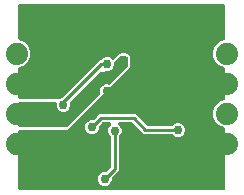
<source format=gbl>
G04 EAGLE Gerber X2 export*
%TF.Part,Single*%
%TF.FileFunction,Copper,L2,Bot,Mixed*%
%TF.FilePolarity,Positive*%
%TF.GenerationSoftware,Autodesk,EAGLE,9.4.0*%
%TF.CreationDate,2019-05-08T17:19:32Z*%
G75*
%MOMM*%
%FSLAX34Y34*%
%LPD*%
%INBottom Copper*%
%AMOC8*
5,1,8,0,0,1.08239X$1,22.5*%
G01*
%ADD10C,1.879600*%
%ADD11C,0.756400*%
%ADD12C,0.254000*%
%ADD13C,0.609600*%

G36*
X200778Y11446D02*
X200778Y11446D01*
X200897Y11453D01*
X200935Y11466D01*
X200976Y11471D01*
X201086Y11514D01*
X201199Y11551D01*
X201234Y11573D01*
X201271Y11588D01*
X201367Y11657D01*
X201468Y11721D01*
X201496Y11751D01*
X201529Y11774D01*
X201605Y11866D01*
X201686Y11953D01*
X201706Y11988D01*
X201731Y12019D01*
X201782Y12127D01*
X201840Y12231D01*
X201850Y12271D01*
X201867Y12307D01*
X201889Y12424D01*
X201919Y12539D01*
X201923Y12599D01*
X201927Y12619D01*
X201925Y12640D01*
X201929Y12700D01*
X201929Y63506D01*
X201926Y63535D01*
X201928Y63564D01*
X201909Y63673D01*
X201907Y63707D01*
X201902Y63722D01*
X201889Y63821D01*
X201879Y63849D01*
X201874Y63878D01*
X201820Y63996D01*
X201772Y64117D01*
X201755Y64141D01*
X201743Y64168D01*
X201662Y64269D01*
X201586Y64374D01*
X201563Y64393D01*
X201544Y64416D01*
X201441Y64494D01*
X201341Y64577D01*
X201314Y64590D01*
X201290Y64607D01*
X201146Y64678D01*
X196725Y66509D01*
X193509Y69725D01*
X191769Y73926D01*
X191769Y78474D01*
X193509Y82675D01*
X196725Y85891D01*
X201146Y87722D01*
X201171Y87736D01*
X201199Y87745D01*
X201309Y87815D01*
X201422Y87879D01*
X201443Y87900D01*
X201468Y87915D01*
X201557Y88010D01*
X201650Y88100D01*
X201666Y88126D01*
X201686Y88147D01*
X201749Y88261D01*
X201817Y88372D01*
X201825Y88400D01*
X201840Y88426D01*
X201872Y88551D01*
X201910Y88675D01*
X201912Y88705D01*
X201919Y88734D01*
X201929Y88894D01*
X201929Y114306D01*
X201926Y114335D01*
X201928Y114364D01*
X201906Y114493D01*
X201889Y114621D01*
X201879Y114649D01*
X201874Y114678D01*
X201820Y114796D01*
X201772Y114917D01*
X201755Y114941D01*
X201743Y114968D01*
X201662Y115069D01*
X201586Y115174D01*
X201563Y115193D01*
X201544Y115216D01*
X201441Y115294D01*
X201341Y115377D01*
X201314Y115390D01*
X201290Y115407D01*
X201146Y115478D01*
X196725Y117309D01*
X193509Y120525D01*
X191769Y124726D01*
X191769Y129274D01*
X193509Y133475D01*
X196725Y136691D01*
X201146Y138522D01*
X201171Y138536D01*
X201199Y138545D01*
X201309Y138615D01*
X201422Y138679D01*
X201443Y138700D01*
X201468Y138715D01*
X201557Y138810D01*
X201650Y138900D01*
X201666Y138926D01*
X201686Y138947D01*
X201749Y139061D01*
X201817Y139172D01*
X201825Y139200D01*
X201840Y139226D01*
X201872Y139351D01*
X201910Y139475D01*
X201912Y139505D01*
X201919Y139534D01*
X201929Y139694D01*
X201929Y167640D01*
X201914Y167758D01*
X201907Y167877D01*
X201894Y167915D01*
X201889Y167956D01*
X201846Y168066D01*
X201809Y168179D01*
X201787Y168214D01*
X201772Y168251D01*
X201703Y168347D01*
X201639Y168448D01*
X201609Y168476D01*
X201586Y168509D01*
X201494Y168585D01*
X201407Y168666D01*
X201372Y168686D01*
X201341Y168711D01*
X201233Y168762D01*
X201129Y168820D01*
X201089Y168830D01*
X201053Y168847D01*
X200936Y168869D01*
X200821Y168899D01*
X200761Y168903D01*
X200741Y168907D01*
X200720Y168905D01*
X200660Y168909D01*
X27940Y168909D01*
X27822Y168894D01*
X27703Y168887D01*
X27665Y168874D01*
X27624Y168869D01*
X27514Y168826D01*
X27401Y168789D01*
X27366Y168767D01*
X27329Y168752D01*
X27233Y168683D01*
X27132Y168619D01*
X27104Y168589D01*
X27071Y168566D01*
X26996Y168474D01*
X26914Y168387D01*
X26894Y168352D01*
X26869Y168321D01*
X26818Y168213D01*
X26760Y168109D01*
X26750Y168069D01*
X26733Y168033D01*
X26711Y167916D01*
X26681Y167801D01*
X26677Y167741D01*
X26673Y167721D01*
X26675Y167700D01*
X26671Y167640D01*
X26671Y139694D01*
X26674Y139665D01*
X26672Y139636D01*
X26694Y139507D01*
X26711Y139379D01*
X26721Y139351D01*
X26726Y139322D01*
X26780Y139204D01*
X26828Y139083D01*
X26845Y139059D01*
X26857Y139032D01*
X26938Y138931D01*
X27014Y138826D01*
X27037Y138807D01*
X27056Y138784D01*
X27159Y138706D01*
X27259Y138623D01*
X27286Y138610D01*
X27310Y138593D01*
X27454Y138522D01*
X31875Y136691D01*
X35091Y133475D01*
X36831Y129274D01*
X36831Y124726D01*
X35091Y120525D01*
X31875Y117309D01*
X27454Y115478D01*
X27429Y115464D01*
X27401Y115455D01*
X27291Y115385D01*
X27178Y115321D01*
X27157Y115300D01*
X27132Y115285D01*
X27043Y115190D01*
X26950Y115100D01*
X26934Y115074D01*
X26914Y115053D01*
X26851Y114939D01*
X26783Y114828D01*
X26775Y114800D01*
X26760Y114774D01*
X26728Y114649D01*
X26690Y114525D01*
X26688Y114495D01*
X26681Y114466D01*
X26671Y114306D01*
X26671Y89662D01*
X26686Y89544D01*
X26693Y89425D01*
X26706Y89387D01*
X26711Y89346D01*
X26754Y89236D01*
X26791Y89123D01*
X26813Y89088D01*
X26828Y89051D01*
X26897Y88955D01*
X26961Y88854D01*
X26991Y88826D01*
X27014Y88793D01*
X27106Y88717D01*
X27193Y88636D01*
X27228Y88616D01*
X27259Y88591D01*
X27367Y88540D01*
X27471Y88482D01*
X27511Y88472D01*
X27547Y88455D01*
X27664Y88433D01*
X27779Y88403D01*
X27839Y88399D01*
X27859Y88395D01*
X27880Y88397D01*
X27940Y88393D01*
X60594Y88393D01*
X60692Y88405D01*
X60791Y88408D01*
X60849Y88425D01*
X60909Y88433D01*
X61001Y88469D01*
X61097Y88497D01*
X61149Y88527D01*
X61205Y88550D01*
X61285Y88608D01*
X61370Y88658D01*
X61446Y88724D01*
X61462Y88736D01*
X61470Y88746D01*
X61472Y88748D01*
X62971Y89369D01*
X62979Y89373D01*
X62988Y89376D01*
X63118Y89453D01*
X63248Y89526D01*
X63254Y89533D01*
X63262Y89538D01*
X63383Y89644D01*
X63774Y90034D01*
X95357Y121618D01*
X96359Y121618D01*
X96457Y121630D01*
X96556Y121633D01*
X96614Y121650D01*
X96674Y121658D01*
X96766Y121694D01*
X96861Y121721D01*
X96914Y121752D01*
X96970Y121775D01*
X97050Y121833D01*
X97135Y121883D01*
X97211Y121949D01*
X97227Y121961D01*
X97235Y121971D01*
X97256Y121989D01*
X98511Y123244D01*
X100648Y124130D01*
X102962Y124130D01*
X105099Y123244D01*
X105859Y122484D01*
X105953Y122412D01*
X106042Y122333D01*
X106078Y122314D01*
X106110Y122290D01*
X106219Y122242D01*
X106325Y122188D01*
X106365Y122179D01*
X106402Y122163D01*
X106520Y122144D01*
X106636Y122118D01*
X106676Y122120D01*
X106716Y122113D01*
X106835Y122124D01*
X106953Y122128D01*
X106992Y122139D01*
X107033Y122143D01*
X107145Y122183D01*
X107259Y122217D01*
X107294Y122237D01*
X107332Y122251D01*
X107430Y122318D01*
X107533Y122378D01*
X107578Y122418D01*
X107595Y122429D01*
X107608Y122445D01*
X107654Y122484D01*
X111701Y126531D01*
X111709Y126533D01*
X111801Y126569D01*
X111897Y126597D01*
X111949Y126627D01*
X112005Y126650D01*
X112085Y126708D01*
X112170Y126758D01*
X112246Y126824D01*
X112262Y126836D01*
X112270Y126846D01*
X112272Y126848D01*
X114413Y127735D01*
X116727Y127735D01*
X118873Y126846D01*
X118927Y126804D01*
X118999Y126736D01*
X119052Y126707D01*
X119100Y126670D01*
X119191Y126630D01*
X119278Y126582D01*
X119336Y126567D01*
X119392Y126543D01*
X119434Y126536D01*
X121413Y124558D01*
X121413Y115472D01*
X68678Y62737D01*
X27940Y62737D01*
X27822Y62722D01*
X27703Y62715D01*
X27665Y62702D01*
X27624Y62697D01*
X27514Y62654D01*
X27401Y62617D01*
X27366Y62595D01*
X27329Y62580D01*
X27233Y62511D01*
X27132Y62447D01*
X27104Y62417D01*
X27071Y62394D01*
X26995Y62302D01*
X26914Y62215D01*
X26894Y62180D01*
X26869Y62149D01*
X26818Y62041D01*
X26760Y61937D01*
X26750Y61897D01*
X26733Y61861D01*
X26711Y61744D01*
X26681Y61629D01*
X26677Y61569D01*
X26673Y61549D01*
X26675Y61528D01*
X26671Y61468D01*
X26671Y12700D01*
X26686Y12582D01*
X26693Y12463D01*
X26706Y12425D01*
X26711Y12384D01*
X26754Y12274D01*
X26791Y12161D01*
X26813Y12126D01*
X26828Y12089D01*
X26897Y11993D01*
X26961Y11892D01*
X26991Y11864D01*
X27014Y11831D01*
X27106Y11755D01*
X27193Y11674D01*
X27228Y11654D01*
X27259Y11629D01*
X27367Y11578D01*
X27471Y11520D01*
X27511Y11510D01*
X27547Y11493D01*
X27664Y11471D01*
X27779Y11441D01*
X27839Y11437D01*
X27859Y11433D01*
X27880Y11435D01*
X27940Y11431D01*
X200660Y11431D01*
X200778Y11446D01*
G37*
G36*
X67408Y64783D02*
X67408Y64783D01*
X67507Y64786D01*
X67565Y64803D01*
X67626Y64811D01*
X67718Y64847D01*
X67813Y64875D01*
X67865Y64905D01*
X67921Y64928D01*
X68001Y64986D01*
X68087Y65036D01*
X68162Y65102D01*
X68179Y65114D01*
X68186Y65124D01*
X68208Y65143D01*
X95588Y92523D01*
X95606Y92546D01*
X95628Y92565D01*
X95703Y92671D01*
X95783Y92774D01*
X95794Y92801D01*
X95811Y92825D01*
X95857Y92947D01*
X95909Y93066D01*
X95914Y93095D01*
X95924Y93123D01*
X95939Y93252D01*
X95959Y93380D01*
X95956Y93409D01*
X95959Y93439D01*
X95941Y93567D01*
X95929Y93697D01*
X95919Y93724D01*
X95915Y93754D01*
X95863Y93906D01*
X95785Y94093D01*
X95785Y96407D01*
X96670Y98544D01*
X98306Y100180D01*
X100443Y101065D01*
X102757Y101065D01*
X102944Y100987D01*
X102973Y100979D01*
X102999Y100966D01*
X103125Y100937D01*
X103251Y100903D01*
X103280Y100903D01*
X103309Y100896D01*
X103439Y100900D01*
X103569Y100898D01*
X103597Y100905D01*
X103627Y100906D01*
X103752Y100942D01*
X103878Y100972D01*
X103904Y100986D01*
X103932Y100994D01*
X104044Y101060D01*
X104159Y101121D01*
X104181Y101141D01*
X104206Y101156D01*
X104327Y101262D01*
X119008Y115943D01*
X119068Y116021D01*
X119136Y116093D01*
X119165Y116146D01*
X119202Y116194D01*
X119242Y116285D01*
X119290Y116371D01*
X119305Y116430D01*
X119329Y116486D01*
X119344Y116584D01*
X119369Y116679D01*
X119375Y116779D01*
X119379Y116800D01*
X119377Y116812D01*
X119379Y116840D01*
X119379Y123190D01*
X119364Y123308D01*
X119357Y123427D01*
X119344Y123465D01*
X119339Y123506D01*
X119296Y123616D01*
X119259Y123729D01*
X119237Y123764D01*
X119222Y123801D01*
X119153Y123897D01*
X119089Y123998D01*
X119059Y124026D01*
X119036Y124059D01*
X118944Y124135D01*
X118857Y124216D01*
X118822Y124236D01*
X118791Y124261D01*
X118683Y124312D01*
X118579Y124370D01*
X118539Y124380D01*
X118503Y124397D01*
X118386Y124419D01*
X118271Y124449D01*
X118211Y124453D01*
X118191Y124457D01*
X118170Y124455D01*
X118110Y124459D01*
X113030Y124459D01*
X112932Y124447D01*
X112833Y124444D01*
X112775Y124427D01*
X112714Y124419D01*
X112622Y124383D01*
X112527Y124355D01*
X112475Y124325D01*
X112419Y124302D01*
X112339Y124244D01*
X112253Y124194D01*
X112178Y124128D01*
X112161Y124116D01*
X112154Y124106D01*
X112133Y124088D01*
X107991Y119946D01*
X107931Y119868D01*
X107863Y119796D01*
X107834Y119743D01*
X107796Y119695D01*
X107757Y119604D01*
X107709Y119518D01*
X107694Y119459D01*
X107670Y119403D01*
X107655Y119305D01*
X107630Y119210D01*
X107624Y119110D01*
X107620Y119089D01*
X107621Y119077D01*
X107620Y119049D01*
X107620Y117158D01*
X106734Y115021D01*
X105099Y113385D01*
X102962Y112500D01*
X101071Y112500D01*
X100973Y112488D01*
X100874Y112485D01*
X100816Y112468D01*
X100755Y112460D01*
X100663Y112424D01*
X100568Y112396D01*
X100516Y112366D01*
X100460Y112343D01*
X100380Y112285D01*
X100294Y112235D01*
X100219Y112168D01*
X100202Y112156D01*
X100195Y112147D01*
X100173Y112128D01*
X99804Y111759D01*
X96520Y111759D01*
X96422Y111747D01*
X96323Y111744D01*
X96265Y111727D01*
X96204Y111719D01*
X96112Y111683D01*
X96017Y111655D01*
X95965Y111625D01*
X95909Y111602D01*
X95829Y111544D01*
X95743Y111494D01*
X95668Y111428D01*
X95651Y111416D01*
X95644Y111406D01*
X95623Y111388D01*
X70782Y86547D01*
X70764Y86524D01*
X70742Y86505D01*
X70667Y86399D01*
X70587Y86296D01*
X70576Y86269D01*
X70559Y86245D01*
X70513Y86123D01*
X70461Y86004D01*
X70456Y85975D01*
X70446Y85947D01*
X70431Y85818D01*
X70411Y85690D01*
X70414Y85661D01*
X70411Y85631D01*
X70429Y85503D01*
X70441Y85373D01*
X70451Y85346D01*
X70455Y85316D01*
X70507Y85164D01*
X70585Y84977D01*
X70585Y82663D01*
X69700Y80526D01*
X68064Y78890D01*
X65927Y78005D01*
X63613Y78005D01*
X61476Y78890D01*
X59840Y80526D01*
X58955Y82663D01*
X58955Y85090D01*
X58940Y85208D01*
X58933Y85327D01*
X58920Y85365D01*
X58915Y85406D01*
X58872Y85516D01*
X58835Y85629D01*
X58813Y85664D01*
X58798Y85701D01*
X58729Y85797D01*
X58665Y85898D01*
X58635Y85926D01*
X58612Y85959D01*
X58520Y86035D01*
X58433Y86116D01*
X58398Y86136D01*
X58367Y86161D01*
X58259Y86212D01*
X58155Y86270D01*
X58115Y86280D01*
X58079Y86297D01*
X57962Y86319D01*
X57847Y86349D01*
X57787Y86353D01*
X57767Y86357D01*
X57746Y86355D01*
X57686Y86359D01*
X27940Y86359D01*
X27822Y86344D01*
X27703Y86337D01*
X27665Y86324D01*
X27624Y86319D01*
X27514Y86276D01*
X27401Y86239D01*
X27366Y86217D01*
X27329Y86202D01*
X27233Y86133D01*
X27132Y86069D01*
X27104Y86039D01*
X27071Y86016D01*
X26996Y85924D01*
X26914Y85837D01*
X26894Y85802D01*
X26869Y85771D01*
X26818Y85663D01*
X26760Y85559D01*
X26750Y85519D01*
X26733Y85483D01*
X26711Y85366D01*
X26681Y85251D01*
X26677Y85191D01*
X26673Y85171D01*
X26674Y85162D01*
X26673Y85159D01*
X26674Y85145D01*
X26671Y85090D01*
X26671Y66040D01*
X26686Y65922D01*
X26693Y65803D01*
X26706Y65765D01*
X26711Y65724D01*
X26754Y65614D01*
X26791Y65501D01*
X26813Y65466D01*
X26828Y65429D01*
X26898Y65333D01*
X26961Y65232D01*
X26991Y65204D01*
X27014Y65171D01*
X27106Y65096D01*
X27193Y65014D01*
X27228Y64994D01*
X27259Y64969D01*
X27367Y64918D01*
X27471Y64860D01*
X27511Y64850D01*
X27547Y64833D01*
X27664Y64811D01*
X27779Y64781D01*
X27840Y64777D01*
X27860Y64773D01*
X27880Y64775D01*
X27940Y64771D01*
X67310Y64771D01*
X67408Y64783D01*
G37*
%LPC*%
G36*
X98538Y15140D02*
X98538Y15140D01*
X96401Y16025D01*
X94765Y17661D01*
X93880Y19798D01*
X93880Y22112D01*
X94765Y24249D01*
X96401Y25885D01*
X98538Y26770D01*
X100313Y26770D01*
X100411Y26782D01*
X100510Y26785D01*
X100569Y26802D01*
X100629Y26810D01*
X100721Y26846D01*
X100816Y26874D01*
X100868Y26904D01*
X100924Y26927D01*
X101004Y26985D01*
X101090Y27035D01*
X101165Y27101D01*
X101182Y27113D01*
X101190Y27123D01*
X101211Y27141D01*
X104480Y30411D01*
X104541Y30490D01*
X104609Y30562D01*
X104638Y30615D01*
X104675Y30663D01*
X104715Y30753D01*
X104763Y30840D01*
X104778Y30899D01*
X104802Y30954D01*
X104817Y31052D01*
X104842Y31148D01*
X104848Y31248D01*
X104852Y31268D01*
X104850Y31281D01*
X104852Y31309D01*
X104852Y56579D01*
X104840Y56677D01*
X104837Y56776D01*
X104820Y56834D01*
X104812Y56894D01*
X104776Y56986D01*
X104748Y57081D01*
X104718Y57134D01*
X104695Y57190D01*
X104637Y57270D01*
X104587Y57355D01*
X104520Y57431D01*
X104508Y57447D01*
X104499Y57455D01*
X104480Y57476D01*
X103225Y58731D01*
X102340Y60868D01*
X102340Y63182D01*
X103225Y65319D01*
X104827Y66921D01*
X104912Y67030D01*
X105001Y67137D01*
X105010Y67156D01*
X105022Y67172D01*
X105078Y67300D01*
X105137Y67425D01*
X105140Y67445D01*
X105148Y67464D01*
X105170Y67602D01*
X105196Y67738D01*
X105195Y67758D01*
X105198Y67778D01*
X105185Y67917D01*
X105177Y68055D01*
X105170Y68074D01*
X105168Y68094D01*
X105121Y68226D01*
X105079Y68357D01*
X105068Y68375D01*
X105061Y68394D01*
X104983Y68509D01*
X104908Y68626D01*
X104894Y68640D01*
X104882Y68657D01*
X104778Y68749D01*
X104677Y68844D01*
X104659Y68854D01*
X104644Y68867D01*
X104520Y68931D01*
X104398Y68998D01*
X104379Y69003D01*
X104361Y69012D01*
X104225Y69042D01*
X104090Y69077D01*
X104062Y69079D01*
X104050Y69082D01*
X104030Y69081D01*
X103930Y69087D01*
X98414Y69087D01*
X98316Y69075D01*
X98217Y69072D01*
X98158Y69055D01*
X98098Y69047D01*
X98006Y69011D01*
X97911Y68983D01*
X97859Y68953D01*
X97803Y68930D01*
X97723Y68872D01*
X97637Y68822D01*
X97562Y68756D01*
X97545Y68744D01*
X97537Y68734D01*
X97516Y68716D01*
X95086Y66286D01*
X95026Y66207D01*
X94958Y66135D01*
X94929Y66082D01*
X94892Y66034D01*
X94852Y65943D01*
X94804Y65857D01*
X94789Y65798D01*
X94765Y65743D01*
X94750Y65645D01*
X94725Y65549D01*
X94719Y65449D01*
X94715Y65429D01*
X94717Y65416D01*
X94715Y65388D01*
X94715Y63613D01*
X93830Y61476D01*
X92194Y59840D01*
X90057Y58955D01*
X87743Y58955D01*
X85606Y59840D01*
X83970Y61476D01*
X83085Y63613D01*
X83085Y65927D01*
X83970Y68064D01*
X85606Y69700D01*
X87743Y70585D01*
X89518Y70585D01*
X89616Y70597D01*
X89715Y70600D01*
X89774Y70617D01*
X89834Y70625D01*
X89926Y70661D01*
X90021Y70689D01*
X90073Y70719D01*
X90129Y70742D01*
X90209Y70800D01*
X90295Y70850D01*
X90370Y70916D01*
X90387Y70928D01*
X90395Y70938D01*
X90416Y70956D01*
X92846Y73386D01*
X95152Y75693D01*
X125828Y75693D01*
X135226Y66294D01*
X135305Y66234D01*
X135377Y66166D01*
X135430Y66137D01*
X135478Y66100D01*
X135569Y66060D01*
X135655Y66012D01*
X135714Y65997D01*
X135769Y65973D01*
X135867Y65958D01*
X135963Y65933D01*
X136063Y65927D01*
X136084Y65923D01*
X136096Y65925D01*
X136124Y65923D01*
X156352Y65923D01*
X156450Y65935D01*
X156549Y65938D01*
X156607Y65955D01*
X156667Y65963D01*
X156759Y65999D01*
X156854Y66027D01*
X156907Y66057D01*
X156963Y66080D01*
X157043Y66138D01*
X157128Y66188D01*
X157204Y66254D01*
X157220Y66266D01*
X157228Y66276D01*
X157249Y66294D01*
X158504Y67550D01*
X160641Y68435D01*
X162955Y68435D01*
X165092Y67550D01*
X166728Y65914D01*
X167613Y63777D01*
X167613Y61463D01*
X166728Y59326D01*
X165092Y57690D01*
X162955Y56805D01*
X160641Y56805D01*
X158504Y57690D01*
X157249Y58946D01*
X157171Y59006D01*
X157099Y59074D01*
X157046Y59103D01*
X156998Y59140D01*
X156907Y59180D01*
X156820Y59228D01*
X156762Y59243D01*
X156706Y59267D01*
X156608Y59282D01*
X156512Y59307D01*
X156412Y59313D01*
X156392Y59317D01*
X156380Y59315D01*
X156352Y59317D01*
X132862Y59317D01*
X123464Y68716D01*
X123385Y68776D01*
X123313Y68844D01*
X123260Y68873D01*
X123212Y68910D01*
X123121Y68950D01*
X123035Y68998D01*
X122976Y69013D01*
X122921Y69037D01*
X122823Y69052D01*
X122727Y69077D01*
X122627Y69083D01*
X122606Y69087D01*
X122594Y69085D01*
X122566Y69087D01*
X112380Y69087D01*
X112243Y69070D01*
X112104Y69057D01*
X112085Y69050D01*
X112065Y69047D01*
X111936Y68996D01*
X111805Y68949D01*
X111788Y68938D01*
X111769Y68930D01*
X111657Y68849D01*
X111541Y68771D01*
X111528Y68755D01*
X111512Y68744D01*
X111423Y68636D01*
X111331Y68532D01*
X111322Y68514D01*
X111309Y68499D01*
X111250Y68373D01*
X111186Y68249D01*
X111182Y68229D01*
X111173Y68211D01*
X111147Y68074D01*
X111117Y67939D01*
X111117Y67918D01*
X111114Y67899D01*
X111122Y67760D01*
X111126Y67621D01*
X111132Y67601D01*
X111133Y67581D01*
X111176Y67449D01*
X111215Y67315D01*
X111225Y67298D01*
X111231Y67279D01*
X111306Y67161D01*
X111376Y67041D01*
X111395Y67020D01*
X111401Y67010D01*
X111416Y66996D01*
X111483Y66921D01*
X113084Y65319D01*
X113970Y63182D01*
X113970Y60868D01*
X113084Y58731D01*
X111829Y57476D01*
X111769Y57398D01*
X111701Y57326D01*
X111672Y57273D01*
X111634Y57225D01*
X111595Y57134D01*
X111547Y57047D01*
X111532Y56989D01*
X111508Y56933D01*
X111493Y56835D01*
X111468Y56739D01*
X111462Y56639D01*
X111458Y56619D01*
X111459Y56607D01*
X111458Y56579D01*
X111458Y28047D01*
X105881Y22471D01*
X105821Y22392D01*
X105753Y22320D01*
X105729Y22278D01*
X105719Y22265D01*
X105715Y22255D01*
X105687Y22219D01*
X105647Y22128D01*
X105599Y22042D01*
X105584Y21983D01*
X105560Y21928D01*
X105545Y21830D01*
X105520Y21734D01*
X105514Y21634D01*
X105510Y21613D01*
X105512Y21601D01*
X105510Y21573D01*
X105510Y19798D01*
X104625Y17661D01*
X102989Y16025D01*
X100852Y15140D01*
X98538Y15140D01*
G37*
%LPD*%
D10*
X25400Y101600D03*
X25400Y127000D03*
X25400Y76200D03*
X25400Y50800D03*
X203200Y127000D03*
X203200Y101600D03*
X203200Y76200D03*
X203200Y50800D03*
D11*
X108155Y62025D03*
D12*
X108155Y29415D01*
X99695Y20955D01*
D11*
X99695Y20955D03*
X101600Y95250D03*
X101600Y82550D03*
X114300Y82550D03*
X114300Y95250D03*
X68580Y162560D03*
X121920Y162560D03*
X161290Y88900D03*
X64770Y83820D03*
D12*
X64770Y86360D02*
X96725Y118315D01*
D11*
X101805Y118315D03*
D12*
X96725Y118315D01*
X64770Y86360D02*
X64770Y83820D01*
D11*
X115570Y121920D03*
D13*
X27940Y73660D02*
X25400Y76200D01*
X27940Y73660D02*
X69850Y73660D01*
X74930Y78740D01*
X74930Y85090D01*
X97790Y107950D01*
X105410Y107950D01*
X115570Y118110D01*
X115570Y121920D01*
D11*
X88900Y64770D03*
D12*
X96520Y72390D01*
X124460Y72390D01*
X134230Y62620D01*
X161798Y62620D01*
D11*
X161798Y62620D03*
M02*

</source>
